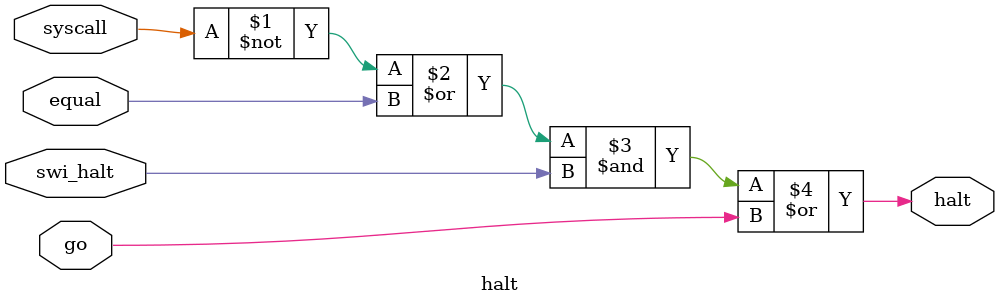
<source format=v>
module halt(
    syscall,equal,swi_halt,halt,go
    );
    input syscall,equal,swi_halt,go;
    output halt;
    assign halt = (((~syscall) | equal ) & swi_halt)|go;
endmodule

</source>
